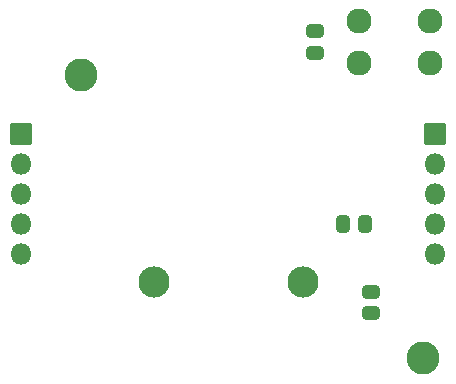
<source format=gts>
G04 #@! TF.GenerationSoftware,KiCad,Pcbnew,(6.0.4)*
G04 #@! TF.CreationDate,2022-11-20T21:17:36-06:00*
G04 #@! TF.ProjectId,BPS-ShuntResistor,4250532d-5368-4756-9e74-526573697374,rev?*
G04 #@! TF.SameCoordinates,Original*
G04 #@! TF.FileFunction,Soldermask,Top*
G04 #@! TF.FilePolarity,Negative*
%FSLAX46Y46*%
G04 Gerber Fmt 4.6, Leading zero omitted, Abs format (unit mm)*
G04 Created by KiCad (PCBNEW (6.0.4)) date 2022-11-20 21:17:36*
%MOMM*%
%LPD*%
G01*
G04 APERTURE LIST*
G04 Aperture macros list*
%AMRoundRect*
0 Rectangle with rounded corners*
0 $1 Rounding radius*
0 $2 $3 $4 $5 $6 $7 $8 $9 X,Y pos of 4 corners*
0 Add a 4 corners polygon primitive as box body*
4,1,4,$2,$3,$4,$5,$6,$7,$8,$9,$2,$3,0*
0 Add four circle primitives for the rounded corners*
1,1,$1+$1,$2,$3*
1,1,$1+$1,$4,$5*
1,1,$1+$1,$6,$7*
1,1,$1+$1,$8,$9*
0 Add four rect primitives between the rounded corners*
20,1,$1+$1,$2,$3,$4,$5,0*
20,1,$1+$1,$4,$5,$6,$7,0*
20,1,$1+$1,$6,$7,$8,$9,0*
20,1,$1+$1,$8,$9,$2,$3,0*%
G04 Aperture macros list end*
%ADD10RoundRect,0.050000X-0.850000X-0.850000X0.850000X-0.850000X0.850000X0.850000X-0.850000X0.850000X0*%
%ADD11O,1.800000X1.800000*%
%ADD12RoundRect,0.300000X0.262500X0.450000X-0.262500X0.450000X-0.262500X-0.450000X0.262500X-0.450000X0*%
%ADD13C,2.800000*%
%ADD14RoundRect,0.300000X-0.450000X0.262500X-0.450000X-0.262500X0.450000X-0.262500X0.450000X0.262500X0*%
%ADD15C,2.128000*%
%ADD16C,2.640000*%
G04 APERTURE END LIST*
D10*
X117525000Y-107420000D03*
D11*
X117525000Y-109960000D03*
X117525000Y-112500000D03*
X117525000Y-115040000D03*
X117525000Y-117580000D03*
D12*
X146592500Y-115030000D03*
X144767500Y-115030000D03*
D13*
X151510000Y-126430000D03*
D14*
X142335000Y-98742500D03*
X142335000Y-100567500D03*
D10*
X152500000Y-107425000D03*
D11*
X152500000Y-109965000D03*
X152500000Y-112505000D03*
X152500000Y-115045000D03*
X152500000Y-117585000D03*
D13*
X122585000Y-102430000D03*
D14*
X147100000Y-120800000D03*
X147100000Y-122625000D03*
D15*
X146085000Y-101453000D03*
X152085000Y-101453000D03*
X152085000Y-97905000D03*
X146085000Y-97905000D03*
D16*
X128760000Y-120005000D03*
X141360000Y-120005000D03*
M02*

</source>
